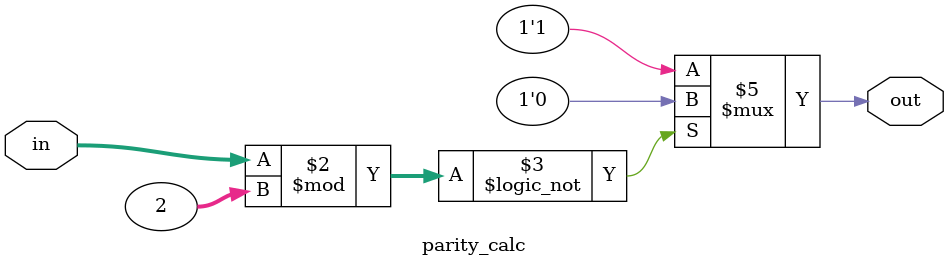
<source format=v>
`timescale 1ns / 1ps


module parity_calc(input [3:0] in,
                   output reg out

    );
    always@(*)
    begin
        if(in % 2 == 0)
            begin
                out = 0;
            end
        else
            begin
                out = 1;
            end   
        
    end
endmodule

</source>
